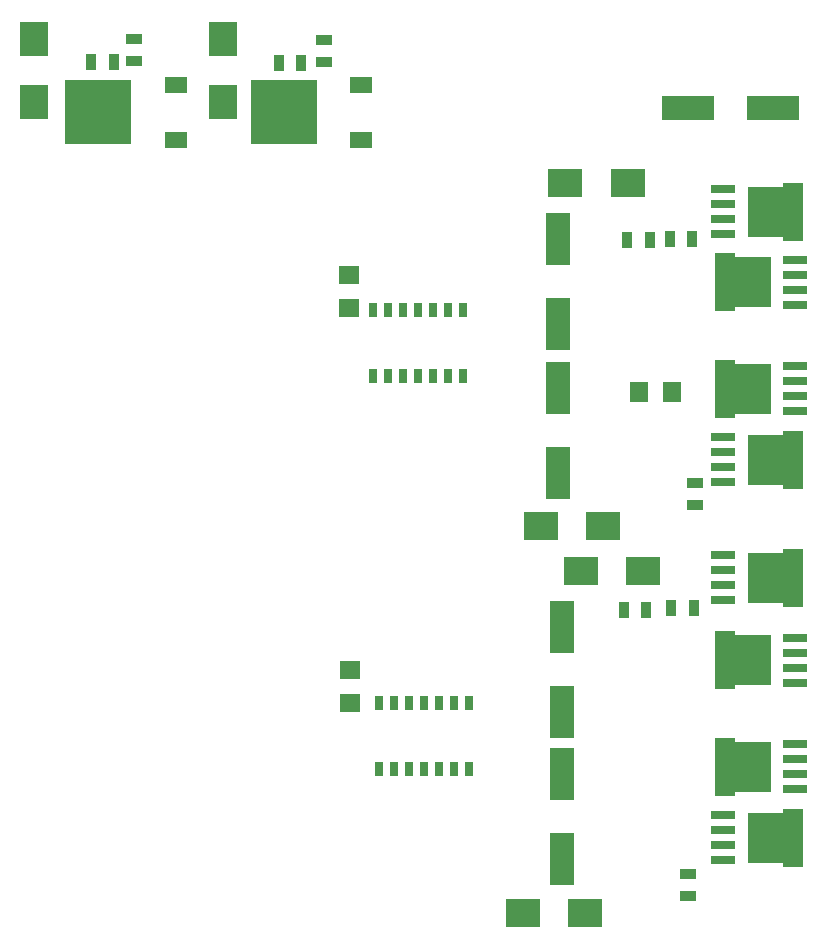
<source format=gtp>
G04 (created by PCBNEW (2013-07-07 BZR 4022)-stable) date 01/04/2014 01:53:02*
%MOIN*%
G04 Gerber Fmt 3.4, Leading zero omitted, Abs format*
%FSLAX34Y34*%
G01*
G70*
G90*
G04 APERTURE LIST*
%ADD10C,0.00590551*%
%ADD11R,0.224409X0.216535*%
%ADD12R,0.0748031X0.0551181*%
%ADD13R,0.122047X0.165354*%
%ADD14R,0.0708661X0.19685*%
%ADD15R,0.0787402X0.0275591*%
%ADD16R,0.025X0.05*%
%ADD17R,0.055X0.035*%
%ADD18R,0.035X0.055*%
%ADD19R,0.0787402X0.173228*%
%ADD20R,0.173228X0.0787402*%
%ADD21R,0.114173X0.0944882*%
%ADD22R,0.0944882X0.114173*%
%ADD23R,0.071X0.063*%
%ADD24R,0.063X0.071*%
G04 APERTURE END LIST*
G54D10*
G54D11*
X41003Y-27322D03*
G54D12*
X43582Y-28228D03*
X43582Y-26417D03*
G54D11*
X47185Y-27322D03*
G54D12*
X49763Y-28228D03*
X49763Y-26417D03*
G54D13*
X63248Y-38897D03*
G54D14*
X64153Y-38897D03*
G54D15*
X61837Y-38147D03*
X61837Y-38647D03*
X61837Y-39147D03*
X61837Y-39647D03*
G54D13*
X62814Y-45590D03*
G54D14*
X61909Y-45590D03*
G54D15*
X64225Y-46340D03*
X64225Y-45840D03*
X64225Y-45340D03*
X64225Y-44840D03*
G54D13*
X63248Y-42834D03*
G54D14*
X64153Y-42834D03*
G54D15*
X61837Y-42084D03*
X61837Y-42584D03*
X61837Y-43084D03*
X61837Y-43584D03*
G54D13*
X62814Y-49133D03*
G54D14*
X61909Y-49133D03*
G54D15*
X64225Y-49883D03*
X64225Y-49383D03*
X64225Y-48883D03*
X64225Y-48383D03*
G54D13*
X63248Y-51496D03*
G54D14*
X64153Y-51496D03*
G54D15*
X61837Y-50746D03*
X61837Y-51246D03*
X61837Y-51746D03*
X61837Y-52246D03*
G54D13*
X62814Y-36535D03*
G54D14*
X61909Y-36535D03*
G54D15*
X64225Y-37285D03*
X64225Y-36785D03*
X64225Y-36285D03*
X64225Y-35785D03*
G54D13*
X63248Y-30629D03*
G54D14*
X64153Y-30629D03*
G54D15*
X61837Y-29879D03*
X61837Y-30379D03*
X61837Y-30879D03*
X61837Y-31379D03*
G54D13*
X62814Y-32992D03*
G54D14*
X61909Y-32992D03*
G54D15*
X64225Y-33742D03*
X64225Y-33242D03*
X64225Y-32742D03*
X64225Y-32242D03*
G54D16*
X50350Y-49210D03*
X50850Y-49210D03*
X51350Y-49210D03*
X51850Y-49210D03*
X52350Y-49210D03*
X52850Y-49210D03*
X53350Y-49210D03*
X53350Y-47010D03*
X52850Y-47010D03*
X52350Y-47010D03*
X51850Y-47010D03*
X51350Y-47010D03*
X50850Y-47010D03*
X50350Y-47010D03*
X50153Y-36100D03*
X50653Y-36100D03*
X51153Y-36100D03*
X51653Y-36100D03*
X52153Y-36100D03*
X52653Y-36100D03*
X53153Y-36100D03*
X53153Y-33900D03*
X52653Y-33900D03*
X52153Y-33900D03*
X51653Y-33900D03*
X51153Y-33900D03*
X50653Y-33900D03*
X50153Y-33900D03*
G54D17*
X42204Y-25611D03*
X42204Y-24861D03*
X60669Y-53445D03*
X60669Y-52695D03*
G54D18*
X60097Y-43858D03*
X60847Y-43858D03*
X58522Y-43897D03*
X59272Y-43897D03*
X40766Y-25629D03*
X41516Y-25629D03*
G54D17*
X48543Y-25650D03*
X48543Y-24900D03*
G54D18*
X47026Y-25669D03*
X47776Y-25669D03*
G54D17*
X60905Y-40414D03*
X60905Y-39664D03*
G54D18*
X60058Y-31535D03*
X60808Y-31535D03*
X58640Y-31574D03*
X59390Y-31574D03*
G54D19*
X56456Y-49370D03*
X56456Y-52204D03*
X56338Y-34370D03*
X56338Y-31535D03*
G54D20*
X63503Y-27165D03*
X60669Y-27165D03*
G54D19*
X56456Y-47322D03*
X56456Y-44488D03*
X56338Y-36496D03*
X56338Y-39330D03*
G54D21*
X57244Y-54015D03*
X55157Y-54015D03*
X59173Y-42598D03*
X57086Y-42598D03*
X58661Y-29685D03*
X56574Y-29685D03*
G54D22*
X45157Y-26968D03*
X45157Y-24881D03*
X38858Y-26968D03*
X38858Y-24881D03*
G54D21*
X57834Y-41102D03*
X55748Y-41102D03*
G54D23*
X49409Y-47006D03*
X49409Y-45906D03*
G54D24*
X59016Y-36653D03*
X60116Y-36653D03*
G54D23*
X49370Y-33857D03*
X49370Y-32757D03*
M02*

</source>
